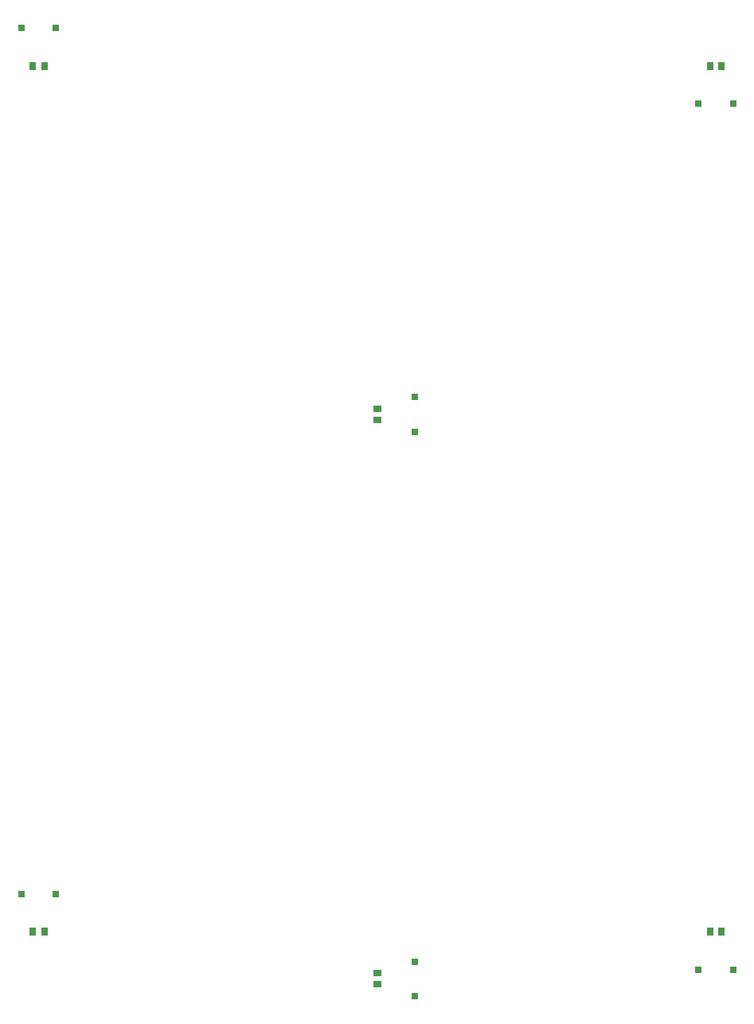
<source format=gbp>
G04*
G04 #@! TF.GenerationSoftware,Altium Limited,CircuitStudio,1.5.2 (30)*
G04*
G04 Layer_Color=16770453*
%FSLAX25Y25*%
%MOIN*%
G70*
G01*
G75*
%ADD38R,0.02756X0.03150*%
%ADD39R,0.02756X0.03347*%
%ADD40R,0.03150X0.02756*%
%ADD41R,0.03347X0.02756*%
D38*
X902165Y570768D02*
D03*
X916732D02*
D03*
X633268Y602461D02*
D03*
X618701D02*
D03*
X902165Y932972D02*
D03*
X916732D02*
D03*
X633268Y964665D02*
D03*
X618701D02*
D03*
D39*
X907087Y586614D02*
D03*
X911811D02*
D03*
X628346D02*
D03*
X623622D02*
D03*
X907087Y948819D02*
D03*
X911811D02*
D03*
X628346D02*
D03*
X623622D02*
D03*
D40*
X783563Y559646D02*
D03*
Y574213D02*
D03*
Y795866D02*
D03*
Y810433D02*
D03*
D41*
X767717Y564567D02*
D03*
Y569291D02*
D03*
Y800787D02*
D03*
Y805512D02*
D03*
M02*

</source>
